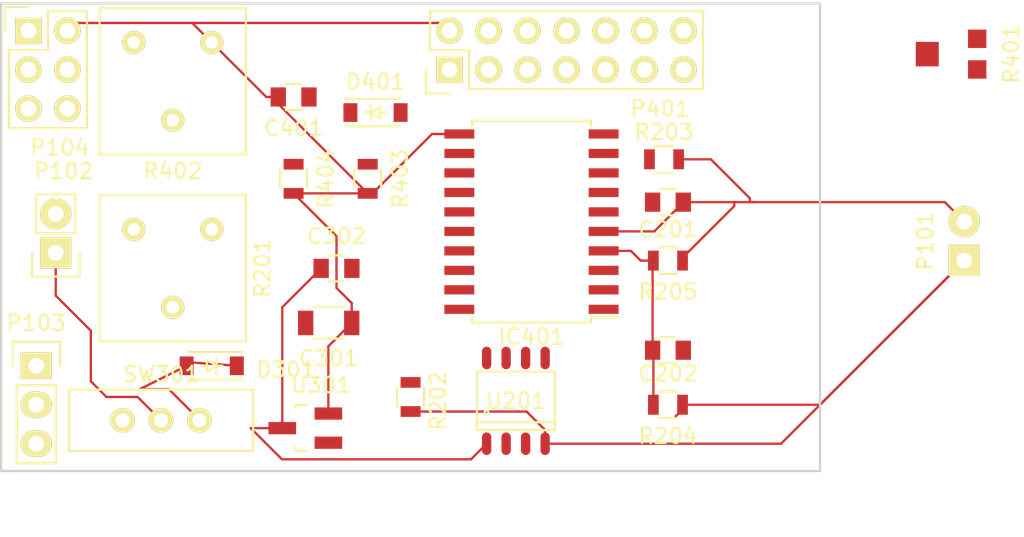
<source format=kicad_pcb>
(kicad_pcb (version 4) (host pcbnew 4.0.2-stable)

  (general
    (links 57)
    (no_connects 36)
    (area 101.524999 50.724999 155.015001 81.355001)
    (thickness 1.6)
    (drawings 4)
    (tracks 66)
    (zones 0)
    (modules 25)
    (nets 40)
  )

  (page A4)
  (layers
    (0 F.Cu signal)
    (31 B.Cu signal)
    (34 B.Paste user)
    (35 F.Paste user)
    (36 B.SilkS user)
    (37 F.SilkS user)
    (38 B.Mask user)
    (39 F.Mask user)
    (44 Edge.Cuts user)
    (47 F.CrtYd user)
  )

  (setup
    (last_trace_width 0.1524)
    (trace_clearance 0.1524)
    (zone_clearance 0.508)
    (zone_45_only no)
    (trace_min 0.1524)
    (segment_width 0.2)
    (edge_width 0.15)
    (via_size 0.6858)
    (via_drill 0.3302)
    (via_min_size 0.6858)
    (via_min_drill 0.3302)
    (uvia_size 0.762)
    (uvia_drill 0.1)
    (uvias_allowed no)
    (uvia_min_size 0)
    (uvia_min_drill 0)
    (pcb_text_width 0.3)
    (pcb_text_size 1.5 1.5)
    (mod_edge_width 0.15)
    (mod_text_size 1 1)
    (mod_text_width 0.15)
    (pad_size 1.524 1.524)
    (pad_drill 0.762)
    (pad_to_mask_clearance 0.2)
    (aux_axis_origin 0 0)
    (visible_elements FFFFEF7F)
    (pcbplotparams
      (layerselection 0x00030_80000001)
      (usegerberextensions false)
      (excludeedgelayer true)
      (linewidth 0.100000)
      (plotframeref false)
      (viasonmask false)
      (mode 1)
      (useauxorigin false)
      (hpglpennumber 1)
      (hpglpenspeed 20)
      (hpglpendiameter 15)
      (hpglpenoverlay 2)
      (psnegative false)
      (psa4output false)
      (plotreference true)
      (plotvalue true)
      (plotinvisibletext false)
      (padsonsilk false)
      (subtractmaskfromsilk false)
      (outputformat 1)
      (mirror false)
      (drillshape 1)
      (scaleselection 1)
      (outputdirectory ""))
  )

  (net 0 "")
  (net 1 +5V)
  (net 2 GND)
  (net 3 +9V)
  (net 4 /current_sensor/LED-)
  (net 5 "/Digital Display/LEDhigh")
  (net 6 "Net-(D301-Pad2)")
  (net 7 "/Digital Display/RX")
  (net 8 "Net-(D401-Pad2)")
  (net 9 "/Digital Display/TX")
  (net 10 "Net-(IC401-Pad3)")
  (net 11 "/Digital Display/a14")
  (net 12 "/Digital Display/a13")
  (net 13 "/Digital Display/a12")
  (net 14 "/Digital Display/a11")
  (net 15 "Net-(IC401-Pad12)")
  (net 16 "/Digital Display/a6")
  (net 17 "/Digital Display/RESET")
  (net 18 "/Digital Display/a5")
  (net 19 "/Digital Display/SCK")
  (net 20 "/Digital Display/a4")
  (net 21 "Net-(IC401-Pad18)")
  (net 22 "/Digital Display/MISO")
  (net 23 "/Digital Display/MOSI")
  (net 24 /current_sensor/LED+)
  (net 25 /power/Battery+)
  (net 26 "Net-(P401-Pad3)")
  (net 27 "Net-(P401-Pad7)")
  (net 28 "Net-(P401-Pad8)")
  (net 29 "Net-(P401-Pad9)")
  (net 30 "Net-(P401-Pad10)")
  (net 31 "Net-(R201-Pad3)")
  (net 32 "Net-(R201-Pad1)")
  (net 33 "Net-(R201-Pad2)")
  (net 34 "Net-(SW301-Pad3)")
  (net 35 "Net-(U201-Pad3)")
  (net 36 "Net-(U201-Pad5)")
  (net 37 "Net-(U201-Pad6)")
  (net 38 "Net-(U201-Pad7)")
  (net 39 "Net-(U201-Pad8)")

  (net_class Default "This is the default net class."
    (clearance 0.1524)
    (trace_width 0.1524)
    (via_dia 0.6858)
    (via_drill 0.3302)
    (uvia_dia 0.762)
    (uvia_drill 0.1)
    (add_net +5V)
    (add_net +9V)
    (add_net "/Digital Display/LEDhigh")
    (add_net "/Digital Display/MISO")
    (add_net "/Digital Display/MOSI")
    (add_net "/Digital Display/RESET")
    (add_net "/Digital Display/RX")
    (add_net "/Digital Display/SCK")
    (add_net "/Digital Display/TX")
    (add_net "/Digital Display/a11")
    (add_net "/Digital Display/a12")
    (add_net "/Digital Display/a13")
    (add_net "/Digital Display/a14")
    (add_net "/Digital Display/a4")
    (add_net "/Digital Display/a5")
    (add_net "/Digital Display/a6")
    (add_net /current_sensor/LED+)
    (add_net /current_sensor/LED-)
    (add_net /power/Battery+)
    (add_net GND)
    (add_net "Net-(D301-Pad2)")
    (add_net "Net-(D401-Pad2)")
    (add_net "Net-(IC401-Pad12)")
    (add_net "Net-(IC401-Pad18)")
    (add_net "Net-(IC401-Pad3)")
    (add_net "Net-(P401-Pad10)")
    (add_net "Net-(P401-Pad3)")
    (add_net "Net-(P401-Pad7)")
    (add_net "Net-(P401-Pad8)")
    (add_net "Net-(P401-Pad9)")
    (add_net "Net-(R201-Pad1)")
    (add_net "Net-(R201-Pad2)")
    (add_net "Net-(R201-Pad3)")
    (add_net "Net-(SW301-Pad3)")
    (add_net "Net-(U201-Pad3)")
    (add_net "Net-(U201-Pad5)")
    (add_net "Net-(U201-Pad6)")
    (add_net "Net-(U201-Pad7)")
    (add_net "Net-(U201-Pad8)")
  )

  (module Capacitors_SMD:C_0805 (layer F.Cu) (tedit 5785666A) (tstamp 5785560E)
    (at 145.034 63.754 180)
    (descr "Capacitor SMD 0805, reflow soldering, AVX (see smccp.pdf)")
    (tags "capacitor 0805")
    (path /5782EE2D/5783037A)
    (attr smd)
    (fp_text reference C201 (at 0 -1.778 360) (layer F.SilkS)
      (effects (font (size 1 1) (thickness 0.15)))
    )
    (fp_text value 0.1uF (at 0 2.1 180) (layer F.Fab) hide
      (effects (font (size 1 1) (thickness 0.15)))
    )
    (fp_line (start -1.8 -1) (end 1.8 -1) (layer F.CrtYd) (width 0.05))
    (fp_line (start -1.8 1) (end 1.8 1) (layer F.CrtYd) (width 0.05))
    (fp_line (start -1.8 -1) (end -1.8 1) (layer F.CrtYd) (width 0.05))
    (fp_line (start 1.8 -1) (end 1.8 1) (layer F.CrtYd) (width 0.05))
    (fp_line (start 0.5 -0.85) (end -0.5 -0.85) (layer F.SilkS) (width 0.15))
    (fp_line (start -0.5 0.85) (end 0.5 0.85) (layer F.SilkS) (width 0.15))
    (pad 1 smd rect (at -1 0 180) (size 1 1.25) (layers F.Cu F.Paste F.Mask)
      (net 4 /current_sensor/LED-))
    (pad 2 smd rect (at 1 0 180) (size 1 1.25) (layers F.Cu F.Paste F.Mask)
      (net 2 GND))
    (model Capacitors_SMD.3dshapes/C_0805.wrl
      (at (xyz 0 0 0))
      (scale (xyz 1 1 1))
      (rotate (xyz 0 0 0))
    )
  )

  (module Capacitors_SMD:C_0805 (layer F.Cu) (tedit 5785668F) (tstamp 57855614)
    (at 145.034 73.406)
    (descr "Capacitor SMD 0805, reflow soldering, AVX (see smccp.pdf)")
    (tags "capacitor 0805")
    (path /5782EE2D/57830381)
    (attr smd)
    (fp_text reference C202 (at 0 1.524) (layer F.SilkS)
      (effects (font (size 1 1) (thickness 0.15)))
    )
    (fp_text value 0.1uF (at 0 2.1) (layer F.Fab) hide
      (effects (font (size 1 1) (thickness 0.15)))
    )
    (fp_line (start -1.8 -1) (end 1.8 -1) (layer F.CrtYd) (width 0.05))
    (fp_line (start -1.8 1) (end 1.8 1) (layer F.CrtYd) (width 0.05))
    (fp_line (start -1.8 -1) (end -1.8 1) (layer F.CrtYd) (width 0.05))
    (fp_line (start 1.8 -1) (end 1.8 1) (layer F.CrtYd) (width 0.05))
    (fp_line (start 0.5 -0.85) (end -0.5 -0.85) (layer F.SilkS) (width 0.15))
    (fp_line (start -0.5 0.85) (end 0.5 0.85) (layer F.SilkS) (width 0.15))
    (pad 1 smd rect (at -1 0) (size 1 1.25) (layers F.Cu F.Paste F.Mask)
      (net 5 "/Digital Display/LEDhigh"))
    (pad 2 smd rect (at 1 0) (size 1 1.25) (layers F.Cu F.Paste F.Mask)
      (net 2 GND))
    (model Capacitors_SMD.3dshapes/C_0805.wrl
      (at (xyz 0 0 0))
      (scale (xyz 1 1 1))
      (rotate (xyz 0 0 0))
    )
  )

  (module Capacitors_SMD:C_1206 (layer F.Cu) (tedit 5785612F) (tstamp 5785561A)
    (at 122.936 71.628 180)
    (descr "Capacitor SMD 1206, reflow soldering, AVX (see smccp.pdf)")
    (tags "capacitor 1206")
    (path /578314F4/578318C5)
    (attr smd)
    (fp_text reference C301 (at 0 -2.3 180) (layer F.SilkS)
      (effects (font (size 1 1) (thickness 0.15)))
    )
    (fp_text value "2.2 uF" (at 0 2.3 180) (layer F.Fab) hide
      (effects (font (size 1 1) (thickness 0.15)))
    )
    (fp_line (start -2.3 -1.15) (end 2.3 -1.15) (layer F.CrtYd) (width 0.05))
    (fp_line (start -2.3 1.15) (end 2.3 1.15) (layer F.CrtYd) (width 0.05))
    (fp_line (start -2.3 -1.15) (end -2.3 1.15) (layer F.CrtYd) (width 0.05))
    (fp_line (start 2.3 -1.15) (end 2.3 1.15) (layer F.CrtYd) (width 0.05))
    (fp_line (start 1 -1.025) (end -1 -1.025) (layer F.SilkS) (width 0.15))
    (fp_line (start -1 1.025) (end 1 1.025) (layer F.SilkS) (width 0.15))
    (pad 1 smd rect (at -1.5 0 180) (size 1 1.6) (layers F.Cu F.Paste F.Mask)
      (net 1 +5V))
    (pad 2 smd rect (at 1.5 0 180) (size 1 1.6) (layers F.Cu F.Paste F.Mask)
      (net 2 GND))
    (model Capacitors_SMD.3dshapes/C_1206.wrl
      (at (xyz 0 0 0))
      (scale (xyz 1 1 1))
      (rotate (xyz 0 0 0))
    )
  )

  (module Capacitors_SMD:C_0805 (layer F.Cu) (tedit 57856136) (tstamp 57855620)
    (at 123.444 68.072)
    (descr "Capacitor SMD 0805, reflow soldering, AVX (see smccp.pdf)")
    (tags "capacitor 0805")
    (path /578314F4/57831773)
    (attr smd)
    (fp_text reference C302 (at 0 -2.1) (layer F.SilkS)
      (effects (font (size 1 1) (thickness 0.15)))
    )
    (fp_text value 0.1uF (at 0 2.1) (layer F.Fab) hide
      (effects (font (size 1 1) (thickness 0.15)))
    )
    (fp_line (start -1.8 -1) (end 1.8 -1) (layer F.CrtYd) (width 0.05))
    (fp_line (start -1.8 1) (end 1.8 1) (layer F.CrtYd) (width 0.05))
    (fp_line (start -1.8 -1) (end -1.8 1) (layer F.CrtYd) (width 0.05))
    (fp_line (start 1.8 -1) (end 1.8 1) (layer F.CrtYd) (width 0.05))
    (fp_line (start 0.5 -0.85) (end -0.5 -0.85) (layer F.SilkS) (width 0.15))
    (fp_line (start -0.5 0.85) (end 0.5 0.85) (layer F.SilkS) (width 0.15))
    (pad 1 smd rect (at -1 0) (size 1 1.25) (layers F.Cu F.Paste F.Mask)
      (net 3 +9V))
    (pad 2 smd rect (at 1 0) (size 1 1.25) (layers F.Cu F.Paste F.Mask)
      (net 2 GND))
    (model Capacitors_SMD.3dshapes/C_0805.wrl
      (at (xyz 0 0 0))
      (scale (xyz 1 1 1))
      (rotate (xyz 0 0 0))
    )
  )

  (module Capacitors_SMD:C_0805 (layer F.Cu) (tedit 578566F0) (tstamp 57855626)
    (at 120.65 56.896)
    (descr "Capacitor SMD 0805, reflow soldering, AVX (see smccp.pdf)")
    (tags "capacitor 0805")
    (path /5782EDB6/5782F26E)
    (attr smd)
    (fp_text reference C401 (at 0 2.032) (layer F.SilkS)
      (effects (font (size 1 1) (thickness 0.15)))
    )
    (fp_text value "0.1 uF" (at 0 2.1) (layer F.Fab) hide
      (effects (font (size 1 1) (thickness 0.15)))
    )
    (fp_line (start -1.8 -1) (end 1.8 -1) (layer F.CrtYd) (width 0.05))
    (fp_line (start -1.8 1) (end 1.8 1) (layer F.CrtYd) (width 0.05))
    (fp_line (start -1.8 -1) (end -1.8 1) (layer F.CrtYd) (width 0.05))
    (fp_line (start 1.8 -1) (end 1.8 1) (layer F.CrtYd) (width 0.05))
    (fp_line (start 0.5 -0.85) (end -0.5 -0.85) (layer F.SilkS) (width 0.15))
    (fp_line (start -0.5 0.85) (end 0.5 0.85) (layer F.SilkS) (width 0.15))
    (pad 1 smd rect (at -1 0) (size 1 1.25) (layers F.Cu F.Paste F.Mask)
      (net 1 +5V))
    (pad 2 smd rect (at 1 0) (size 1 1.25) (layers F.Cu F.Paste F.Mask)
      (net 2 GND))
    (model Capacitors_SMD.3dshapes/C_0805.wrl
      (at (xyz 0 0 0))
      (scale (xyz 1 1 1))
      (rotate (xyz 0 0 0))
    )
  )

  (module Diodes_SMD:SOD-123 (layer F.Cu) (tedit 5785663D) (tstamp 5785562C)
    (at 115.316 74.422 180)
    (descr SOD-123)
    (tags SOD-123)
    (path /578314F4/5783177B)
    (attr smd)
    (fp_text reference D301 (at -4.826 -0.254 180) (layer F.SilkS)
      (effects (font (size 1 1) (thickness 0.15)))
    )
    (fp_text value Schottky (at 0 2.1 180) (layer F.Fab) hide
      (effects (font (size 1 1) (thickness 0.15)))
    )
    (fp_line (start 0.3175 0) (end 0.6985 0) (layer F.SilkS) (width 0.15))
    (fp_line (start -0.6985 0) (end -0.3175 0) (layer F.SilkS) (width 0.15))
    (fp_line (start -0.3175 0) (end 0.3175 -0.381) (layer F.SilkS) (width 0.15))
    (fp_line (start 0.3175 -0.381) (end 0.3175 0.381) (layer F.SilkS) (width 0.15))
    (fp_line (start 0.3175 0.381) (end -0.3175 0) (layer F.SilkS) (width 0.15))
    (fp_line (start -0.3175 -0.508) (end -0.3175 0.508) (layer F.SilkS) (width 0.15))
    (fp_line (start -2.25 -1.05) (end 2.25 -1.05) (layer F.CrtYd) (width 0.05))
    (fp_line (start 2.25 -1.05) (end 2.25 1.05) (layer F.CrtYd) (width 0.05))
    (fp_line (start 2.25 1.05) (end -2.25 1.05) (layer F.CrtYd) (width 0.05))
    (fp_line (start -2.25 -1.05) (end -2.25 1.05) (layer F.CrtYd) (width 0.05))
    (fp_line (start -2 0.9) (end 1.54 0.9) (layer F.SilkS) (width 0.15))
    (fp_line (start -2 -0.9) (end 1.54 -0.9) (layer F.SilkS) (width 0.15))
    (pad 1 smd rect (at -1.635 0 180) (size 0.91 1.22) (layers F.Cu F.Paste F.Mask)
      (net 3 +9V))
    (pad 2 smd rect (at 1.635 0 180) (size 0.91 1.22) (layers F.Cu F.Paste F.Mask)
      (net 6 "Net-(D301-Pad2)"))
  )

  (module Diodes_SMD:SOD-123 (layer F.Cu) (tedit 57856551) (tstamp 57855632)
    (at 125.984 57.912)
    (descr SOD-123)
    (tags SOD-123)
    (path /5782EDB6/5782F255)
    (attr smd)
    (fp_text reference D401 (at 0 -2) (layer F.SilkS)
      (effects (font (size 1 1) (thickness 0.15)))
    )
    (fp_text value Schottky (at 0 2.1) (layer F.Fab) hide
      (effects (font (size 1 1) (thickness 0.15)))
    )
    (fp_line (start 0.3175 0) (end 0.6985 0) (layer F.SilkS) (width 0.15))
    (fp_line (start -0.6985 0) (end -0.3175 0) (layer F.SilkS) (width 0.15))
    (fp_line (start -0.3175 0) (end 0.3175 -0.381) (layer F.SilkS) (width 0.15))
    (fp_line (start 0.3175 -0.381) (end 0.3175 0.381) (layer F.SilkS) (width 0.15))
    (fp_line (start 0.3175 0.381) (end -0.3175 0) (layer F.SilkS) (width 0.15))
    (fp_line (start -0.3175 -0.508) (end -0.3175 0.508) (layer F.SilkS) (width 0.15))
    (fp_line (start -2.25 -1.05) (end 2.25 -1.05) (layer F.CrtYd) (width 0.05))
    (fp_line (start 2.25 -1.05) (end 2.25 1.05) (layer F.CrtYd) (width 0.05))
    (fp_line (start 2.25 1.05) (end -2.25 1.05) (layer F.CrtYd) (width 0.05))
    (fp_line (start -2.25 -1.05) (end -2.25 1.05) (layer F.CrtYd) (width 0.05))
    (fp_line (start -2 0.9) (end 1.54 0.9) (layer F.SilkS) (width 0.15))
    (fp_line (start -2 -0.9) (end 1.54 -0.9) (layer F.SilkS) (width 0.15))
    (pad 1 smd rect (at -1.635 0) (size 0.91 1.22) (layers F.Cu F.Paste F.Mask)
      (net 7 "/Digital Display/RX"))
    (pad 2 smd rect (at 1.635 0) (size 0.91 1.22) (layers F.Cu F.Paste F.Mask)
      (net 8 "Net-(D401-Pad2)"))
  )

  (module led-tester:SOIC-20_7.5x12.8mm_Pitch1.27mm (layer F.Cu) (tedit 578565BD) (tstamp 5785564A)
    (at 136.144 65.024 180)
    (descr "20-Lead Plastic Small Outline (SO) - Wide, 7.50 mm Body [SOIC] (see Microchip Packaging Specification 00000049BS.pdf)")
    (tags "SOIC 1.27")
    (path /5782EDB6/5782F28E)
    (attr smd)
    (fp_text reference IC401 (at 0 -7.5 180) (layer F.SilkS)
      (effects (font (size 1 1) (thickness 0.15)))
    )
    (fp_text value ATTINY1634 (at 0 7.5 180) (layer F.Fab) hide
      (effects (font (size 1 1) (thickness 0.15)))
    )
    (fp_line (start -5.95 -6.75) (end -5.95 6.75) (layer F.CrtYd) (width 0.05))
    (fp_line (start 5.95 -6.75) (end 5.95 6.75) (layer F.CrtYd) (width 0.05))
    (fp_line (start -5.95 -6.75) (end 5.95 -6.75) (layer F.CrtYd) (width 0.05))
    (fp_line (start -5.95 6.75) (end 5.95 6.75) (layer F.CrtYd) (width 0.05))
    (fp_line (start -3.875 -6.575) (end -3.875 -6.24) (layer F.SilkS) (width 0.15))
    (fp_line (start 3.875 -6.575) (end 3.875 -6.24) (layer F.SilkS) (width 0.15))
    (fp_line (start 3.875 6.575) (end 3.875 6.24) (layer F.SilkS) (width 0.15))
    (fp_line (start -3.875 6.575) (end -3.875 6.24) (layer F.SilkS) (width 0.15))
    (fp_line (start -3.875 -6.575) (end 3.875 -6.575) (layer F.SilkS) (width 0.15))
    (fp_line (start -3.875 6.575) (end 3.875 6.575) (layer F.SilkS) (width 0.15))
    (fp_line (start -3.875 -6.24) (end -5.675 -6.24) (layer F.SilkS) (width 0.15))
    (pad 1 smd rect (at -4.7 -5.715 180) (size 1.95 0.6) (layers F.Cu F.Paste F.Mask)
      (net 9 "/Digital Display/TX"))
    (pad 2 smd rect (at -4.7 -4.445 180) (size 1.95 0.6) (layers F.Cu F.Paste F.Mask)
      (net 8 "Net-(D401-Pad2)"))
    (pad 3 smd rect (at -4.7 -3.175 180) (size 1.95 0.6) (layers F.Cu F.Paste F.Mask)
      (net 10 "Net-(IC401-Pad3)"))
    (pad 4 smd rect (at -4.7 -1.905 180) (size 1.95 0.6) (layers F.Cu F.Paste F.Mask)
      (net 5 "/Digital Display/LEDhigh"))
    (pad 5 smd rect (at -4.7 -0.635 180) (size 1.95 0.6) (layers F.Cu F.Paste F.Mask)
      (net 4 /current_sensor/LED-))
    (pad 6 smd rect (at -4.7 0.635 180) (size 1.95 0.6) (layers F.Cu F.Paste F.Mask)
      (net 11 "/Digital Display/a14"))
    (pad 7 smd rect (at -4.7 1.905 180) (size 1.95 0.6) (layers F.Cu F.Paste F.Mask)
      (net 12 "/Digital Display/a13"))
    (pad 8 smd rect (at -4.7 3.175 180) (size 1.95 0.6) (layers F.Cu F.Paste F.Mask)
      (net 13 "/Digital Display/a12"))
    (pad 9 smd rect (at -4.7 4.445 180) (size 1.95 0.6) (layers F.Cu F.Paste F.Mask)
      (net 14 "/Digital Display/a11"))
    (pad 10 smd rect (at -4.7 5.715 180) (size 1.95 0.6) (layers F.Cu F.Paste F.Mask)
      (net 2 GND))
    (pad 11 smd rect (at 4.7 5.715 180) (size 1.95 0.6) (layers F.Cu F.Paste F.Mask)
      (net 1 +5V))
    (pad 12 smd rect (at 4.7 4.445 180) (size 1.95 0.6) (layers F.Cu F.Paste F.Mask)
      (net 15 "Net-(IC401-Pad12)"))
    (pad 13 smd rect (at 4.7 3.175 180) (size 1.95 0.6) (layers F.Cu F.Paste F.Mask)
      (net 16 "/Digital Display/a6"))
    (pad 14 smd rect (at 4.7 1.905 180) (size 1.95 0.6) (layers F.Cu F.Paste F.Mask)
      (net 17 "/Digital Display/RESET"))
    (pad 15 smd rect (at 4.7 0.635 180) (size 1.95 0.6) (layers F.Cu F.Paste F.Mask)
      (net 18 "/Digital Display/a5"))
    (pad 16 smd rect (at 4.7 -0.635 180) (size 1.95 0.6) (layers F.Cu F.Paste F.Mask)
      (net 19 "/Digital Display/SCK"))
    (pad 17 smd rect (at 4.7 -1.905 180) (size 1.95 0.6) (layers F.Cu F.Paste F.Mask)
      (net 20 "/Digital Display/a4"))
    (pad 18 smd rect (at 4.7 -3.175 180) (size 1.95 0.6) (layers F.Cu F.Paste F.Mask)
      (net 21 "Net-(IC401-Pad18)"))
    (pad 19 smd rect (at 4.7 -4.445 180) (size 1.95 0.6) (layers F.Cu F.Paste F.Mask)
      (net 22 "/Digital Display/MISO"))
    (pad 20 smd rect (at 4.7 -5.715 180) (size 1.95 0.6) (layers F.Cu F.Paste F.Mask)
      (net 23 "/Digital Display/MOSI"))
    (model Housings_SOIC.3dshapes/SOIC-20_7.5x12.8mm_Pitch1.27mm.wrl
      (at (xyz 0 0 0))
      (scale (xyz 1 1 1))
      (rotate (xyz 0 0 0))
    )
  )

  (module led-tester:LED_touch_pads (layer F.Cu) (tedit 578566DD) (tstamp 57855650)
    (at 164.338 67.564 90)
    (descr "Through hole pin header")
    (tags "pin header")
    (path /578471FF)
    (fp_text reference P101 (at 1.27 -2.54 270) (layer F.SilkS)
      (effects (font (size 1 1) (thickness 0.15)))
    )
    (fp_text value CONN_01X02 (at 1.27 -2.794 90) (layer F.Fab) hide
      (effects (font (size 1 1) (thickness 0.15)))
    )
    (fp_line (start -1.75 1.75) (end 4.3 1.75) (layer F.CrtYd) (width 0.05))
    (fp_line (start -1.75 -1.75) (end 4.3 -1.75) (layer F.CrtYd) (width 0.05))
    (fp_line (start -1.75 1.75) (end -1.75 -1.75) (layer F.CrtYd) (width 0.05))
    (fp_line (start 4.3 1.75) (end 4.3 -1.75) (layer F.CrtYd) (width 0.05))
    (pad 1 thru_hole rect (at 0 0 180) (size 2.032 2.032) (drill 1.016) (layers *.Cu *.Mask F.SilkS)
      (net 24 /current_sensor/LED+))
    (pad 2 thru_hole oval (at 2.54 0 180) (size 2.032 2.032) (drill 1.016) (layers *.Cu *.Mask F.SilkS)
      (net 4 /current_sensor/LED-))
    (model Pin_Headers.3dshapes/Pin_Header_Straight_1x02.wrl
      (at (xyz 0 -0.05 0))
      (scale (xyz 1 1 1))
      (rotate (xyz 0 0 90))
    )
  )

  (module Pin_Headers:Pin_Header_Straight_1x02 (layer F.Cu) (tedit 57856614) (tstamp 57855656)
    (at 105.156 67.056 180)
    (descr "Through hole pin header")
    (tags "pin header")
    (path /5782D997)
    (fp_text reference P102 (at -0.508 5.334 180) (layer F.SilkS)
      (effects (font (size 1 1) (thickness 0.15)))
    )
    (fp_text value CONN_01X02 (at 0 -3.1 180) (layer F.Fab) hide
      (effects (font (size 1 1) (thickness 0.15)))
    )
    (fp_line (start 1.27 1.27) (end 1.27 3.81) (layer F.SilkS) (width 0.15))
    (fp_line (start 1.55 -1.55) (end 1.55 0) (layer F.SilkS) (width 0.15))
    (fp_line (start -1.75 -1.75) (end -1.75 4.3) (layer F.CrtYd) (width 0.05))
    (fp_line (start 1.75 -1.75) (end 1.75 4.3) (layer F.CrtYd) (width 0.05))
    (fp_line (start -1.75 -1.75) (end 1.75 -1.75) (layer F.CrtYd) (width 0.05))
    (fp_line (start -1.75 4.3) (end 1.75 4.3) (layer F.CrtYd) (width 0.05))
    (fp_line (start 1.27 1.27) (end -1.27 1.27) (layer F.SilkS) (width 0.15))
    (fp_line (start -1.55 0) (end -1.55 -1.55) (layer F.SilkS) (width 0.15))
    (fp_line (start -1.55 -1.55) (end 1.55 -1.55) (layer F.SilkS) (width 0.15))
    (fp_line (start -1.27 1.27) (end -1.27 3.81) (layer F.SilkS) (width 0.15))
    (fp_line (start -1.27 3.81) (end 1.27 3.81) (layer F.SilkS) (width 0.15))
    (pad 1 thru_hole rect (at 0 0 180) (size 2.032 2.032) (drill 1.016) (layers *.Cu *.Mask F.SilkS)
      (net 25 /power/Battery+))
    (pad 2 thru_hole oval (at 0 2.54 180) (size 2.032 2.032) (drill 1.016) (layers *.Cu *.Mask F.SilkS)
      (net 2 GND))
    (model Pin_Headers.3dshapes/Pin_Header_Straight_1x02.wrl
      (at (xyz 0 -0.05 0))
      (scale (xyz 1 1 1))
      (rotate (xyz 0 0 90))
    )
  )

  (module Pin_Headers:Pin_Header_Straight_1x03 (layer F.Cu) (tedit 578565F9) (tstamp 5785565D)
    (at 103.886 74.422)
    (descr "Through hole pin header")
    (tags "pin header")
    (path /57846871)
    (fp_text reference P103 (at 0 -2.794) (layer F.SilkS)
      (effects (font (size 1 1) (thickness 0.15)))
    )
    (fp_text value CONN_01X03 (at 0 -3.1) (layer F.Fab) hide
      (effects (font (size 1 1) (thickness 0.15)))
    )
    (fp_line (start -1.75 -1.75) (end -1.75 6.85) (layer F.CrtYd) (width 0.05))
    (fp_line (start 1.75 -1.75) (end 1.75 6.85) (layer F.CrtYd) (width 0.05))
    (fp_line (start -1.75 -1.75) (end 1.75 -1.75) (layer F.CrtYd) (width 0.05))
    (fp_line (start -1.75 6.85) (end 1.75 6.85) (layer F.CrtYd) (width 0.05))
    (fp_line (start -1.27 1.27) (end -1.27 6.35) (layer F.SilkS) (width 0.15))
    (fp_line (start -1.27 6.35) (end 1.27 6.35) (layer F.SilkS) (width 0.15))
    (fp_line (start 1.27 6.35) (end 1.27 1.27) (layer F.SilkS) (width 0.15))
    (fp_line (start 1.55 -1.55) (end 1.55 0) (layer F.SilkS) (width 0.15))
    (fp_line (start 1.27 1.27) (end -1.27 1.27) (layer F.SilkS) (width 0.15))
    (fp_line (start -1.55 0) (end -1.55 -1.55) (layer F.SilkS) (width 0.15))
    (fp_line (start -1.55 -1.55) (end 1.55 -1.55) (layer F.SilkS) (width 0.15))
    (pad 1 thru_hole rect (at 0 0) (size 2.032 1.7272) (drill 1.016) (layers *.Cu *.Mask F.SilkS)
      (net 7 "/Digital Display/RX"))
    (pad 2 thru_hole oval (at 0 2.54) (size 2.032 1.7272) (drill 1.016) (layers *.Cu *.Mask F.SilkS)
      (net 9 "/Digital Display/TX"))
    (pad 3 thru_hole oval (at 0 5.08) (size 2.032 1.7272) (drill 1.016) (layers *.Cu *.Mask F.SilkS)
      (net 2 GND))
    (model Pin_Headers.3dshapes/Pin_Header_Straight_1x03.wrl
      (at (xyz 0 -0.1 0))
      (scale (xyz 1 1 1))
      (rotate (xyz 0 0 90))
    )
  )

  (module Pin_Headers:Pin_Header_Straight_2x03 (layer F.Cu) (tedit 5785661A) (tstamp 57855667)
    (at 103.378 52.578)
    (descr "Through hole pin header")
    (tags "pin header")
    (path /5783F4C8)
    (fp_text reference P104 (at 2.032 7.62 180) (layer F.SilkS)
      (effects (font (size 1 1) (thickness 0.15)))
    )
    (fp_text value CONN_02X03 (at 0 -3.1) (layer F.Fab) hide
      (effects (font (size 1 1) (thickness 0.15)))
    )
    (fp_line (start -1.27 1.27) (end -1.27 6.35) (layer F.SilkS) (width 0.15))
    (fp_line (start -1.55 -1.55) (end 0 -1.55) (layer F.SilkS) (width 0.15))
    (fp_line (start -1.75 -1.75) (end -1.75 6.85) (layer F.CrtYd) (width 0.05))
    (fp_line (start 4.3 -1.75) (end 4.3 6.85) (layer F.CrtYd) (width 0.05))
    (fp_line (start -1.75 -1.75) (end 4.3 -1.75) (layer F.CrtYd) (width 0.05))
    (fp_line (start -1.75 6.85) (end 4.3 6.85) (layer F.CrtYd) (width 0.05))
    (fp_line (start 1.27 -1.27) (end 1.27 1.27) (layer F.SilkS) (width 0.15))
    (fp_line (start 1.27 1.27) (end -1.27 1.27) (layer F.SilkS) (width 0.15))
    (fp_line (start -1.27 6.35) (end 3.81 6.35) (layer F.SilkS) (width 0.15))
    (fp_line (start 3.81 6.35) (end 3.81 1.27) (layer F.SilkS) (width 0.15))
    (fp_line (start -1.55 -1.55) (end -1.55 0) (layer F.SilkS) (width 0.15))
    (fp_line (start 3.81 -1.27) (end 1.27 -1.27) (layer F.SilkS) (width 0.15))
    (fp_line (start 3.81 1.27) (end 3.81 -1.27) (layer F.SilkS) (width 0.15))
    (pad 1 thru_hole rect (at 0 0) (size 1.7272 1.7272) (drill 1.016) (layers *.Cu *.Mask F.SilkS)
      (net 22 "/Digital Display/MISO"))
    (pad 2 thru_hole oval (at 2.54 0) (size 1.7272 1.7272) (drill 1.016) (layers *.Cu *.Mask F.SilkS)
      (net 1 +5V))
    (pad 3 thru_hole oval (at 0 2.54) (size 1.7272 1.7272) (drill 1.016) (layers *.Cu *.Mask F.SilkS)
      (net 19 "/Digital Display/SCK"))
    (pad 4 thru_hole oval (at 2.54 2.54) (size 1.7272 1.7272) (drill 1.016) (layers *.Cu *.Mask F.SilkS)
      (net 23 "/Digital Display/MOSI"))
    (pad 5 thru_hole oval (at 0 5.08) (size 1.7272 1.7272) (drill 1.016) (layers *.Cu *.Mask F.SilkS)
      (net 17 "/Digital Display/RESET"))
    (pad 6 thru_hole oval (at 2.54 5.08) (size 1.7272 1.7272) (drill 1.016) (layers *.Cu *.Mask F.SilkS)
      (net 2 GND))
    (model Pin_Headers.3dshapes/Pin_Header_Straight_2x03.wrl
      (at (xyz 0.05 -0.1 0))
      (scale (xyz 1 1 1))
      (rotate (xyz 0 0 90))
    )
  )

  (module led-tester:Pololu_diplay_2x07 (layer F.Cu) (tedit 578566D6) (tstamp 57855679)
    (at 138.43 53.848)
    (descr "Through hole pin header")
    (tags "pin header")
    (path /5782EDB6/5782F232)
    (fp_text reference P401 (at 6.096 3.81 180) (layer F.SilkS)
      (effects (font (size 1 1) (thickness 0.15)))
    )
    (fp_text value CONN_02X07 (at -0.254 4.572) (layer F.Fab) hide
      (effects (font (size 1 1) (thickness 0.15)))
    )
    (fp_line (start -20 31.75) (end -20 -3.25) (layer F.CrtYd) (width 0.05))
    (fp_line (start -20 31.75) (end 20 31.75) (layer F.CrtYd) (width 0.05))
    (fp_line (start 20 31.75) (end 20 -3.25) (layer F.CrtYd) (width 0.05))
    (fp_line (start -20 -3.25) (end 20 -3.25) (layer F.CrtYd) (width 0.05))
    (fp_line (start -9.37 3.02) (end 9.38 3.02) (layer F.CrtYd) (width 0.05))
    (fp_line (start -9.37 -3.03) (end 9.38 -3.03) (layer F.CrtYd) (width 0.05))
    (fp_line (start -9.37 3.02) (end -9.37 -3.03) (layer F.CrtYd) (width 0.05))
    (fp_line (start 9.38 3.02) (end 9.38 -3.03) (layer F.CrtYd) (width 0.05))
    (fp_line (start 8.89 -2.54) (end -8.89 -2.54) (layer F.SilkS) (width 0.15))
    (fp_line (start -6.35 2.54) (end 8.89 2.54) (layer F.SilkS) (width 0.15))
    (fp_line (start 8.89 -2.54) (end 8.89 2.54) (layer F.SilkS) (width 0.15))
    (fp_line (start -8.89 -2.54) (end -8.89 0) (layer F.SilkS) (width 0.15))
    (fp_line (start -9.17 1.27) (end -9.17 2.82) (layer F.SilkS) (width 0.15))
    (fp_line (start -8.89 0) (end -6.35 0) (layer F.SilkS) (width 0.15))
    (fp_line (start -6.35 0) (end -6.35 2.54) (layer F.SilkS) (width 0.15))
    (fp_line (start -9.17 2.82) (end -7.62 2.82) (layer F.SilkS) (width 0.15))
    (pad 1 thru_hole rect (at -7.62 1.27 90) (size 1.7272 1.7272) (drill 1.016) (layers *.Cu *.Mask F.SilkS)
      (net 2 GND))
    (pad 2 thru_hole oval (at -7.62 -1.27 90) (size 1.7272 1.7272) (drill 1.016) (layers *.Cu *.Mask F.SilkS)
      (net 1 +5V))
    (pad 3 thru_hole oval (at -5.08 1.27 90) (size 1.7272 1.7272) (drill 1.016) (layers *.Cu *.Mask F.SilkS)
      (net 26 "Net-(P401-Pad3)"))
    (pad 4 thru_hole oval (at -5.08 -1.27 90) (size 1.7272 1.7272) (drill 1.016) (layers *.Cu *.Mask F.SilkS)
      (net 20 "/Digital Display/a4"))
    (pad 5 thru_hole oval (at -2.54 1.27 90) (size 1.7272 1.7272) (drill 1.016) (layers *.Cu *.Mask F.SilkS)
      (net 18 "/Digital Display/a5"))
    (pad 6 thru_hole oval (at -2.54 -1.27 90) (size 1.7272 1.7272) (drill 1.016) (layers *.Cu *.Mask F.SilkS)
      (net 16 "/Digital Display/a6"))
    (pad 7 thru_hole oval (at 0 1.27 90) (size 1.7272 1.7272) (drill 1.016) (layers *.Cu *.Mask F.SilkS)
      (net 27 "Net-(P401-Pad7)"))
    (pad 8 thru_hole oval (at 0 -1.27 90) (size 1.7272 1.7272) (drill 1.016) (layers *.Cu *.Mask F.SilkS)
      (net 28 "Net-(P401-Pad8)"))
    (pad 9 thru_hole oval (at 2.54 1.27 90) (size 1.7272 1.7272) (drill 1.016) (layers *.Cu *.Mask F.SilkS)
      (net 29 "Net-(P401-Pad9)"))
    (pad 10 thru_hole oval (at 2.54 -1.27 90) (size 1.7272 1.7272) (drill 1.016) (layers *.Cu *.Mask F.SilkS)
      (net 30 "Net-(P401-Pad10)"))
    (pad 11 thru_hole oval (at 5.08 1.27 90) (size 1.7272 1.7272) (drill 1.016) (layers *.Cu *.Mask F.SilkS)
      (net 14 "/Digital Display/a11"))
    (pad 12 thru_hole oval (at 5.08 -1.27 90) (size 1.7272 1.7272) (drill 1.016) (layers *.Cu *.Mask F.SilkS)
      (net 13 "/Digital Display/a12"))
    (pad 13 thru_hole oval (at 7.62 1.27 90) (size 1.7272 1.7272) (drill 1.016) (layers *.Cu *.Mask F.SilkS)
      (net 12 "/Digital Display/a13"))
    (pad 14 thru_hole oval (at 7.62 -1.27 90) (size 1.7272 1.7272) (drill 1.016) (layers *.Cu *.Mask F.SilkS)
      (net 11 "/Digital Display/a14"))
    (model Pin_Headers.3dshapes/Pin_Header_Straight_2x07.wrl
      (at (xyz 0.05 -0.3 0))
      (scale (xyz 1 1 1))
      (rotate (xyz 0 0 90))
    )
  )

  (module led-tester:bourns_3386_potentiometer (layer F.Cu) (tedit 5785662E) (tstamp 57855680)
    (at 112.776 68.072)
    (path /5782EE2D/57830389)
    (fp_text reference R201 (at 5.842 0 90) (layer F.SilkS)
      (effects (font (size 1 1) (thickness 0.15)))
    )
    (fp_text value 500R (at -0.13 -6.5) (layer F.Fab) hide
      (effects (font (size 1 1) (thickness 0.15)))
    )
    (fp_line (start -4.765 -4.765) (end 4.765 -4.765) (layer F.SilkS) (width 0.15))
    (fp_line (start 4.765 -4.765) (end 4.765 4.765) (layer F.SilkS) (width 0.15))
    (fp_line (start 4.765 4.765) (end -4.765 4.765) (layer F.SilkS) (width 0.15))
    (fp_line (start -4.765 4.765) (end -4.765 -4.765) (layer F.SilkS) (width 0.15))
    (pad 3 thru_hole circle (at 2.54 -2.54) (size 1.51 1.51) (drill 0.81) (layers *.Cu *.Mask F.SilkS)
      (net 31 "Net-(R201-Pad3)"))
    (pad 1 thru_hole circle (at -2.54 -2.54) (size 1.51 1.51) (drill 0.81) (layers *.Cu *.Mask F.SilkS)
      (net 32 "Net-(R201-Pad1)"))
    (pad 2 thru_hole circle (at 0 2.54) (size 1.51 1.51) (drill 0.81) (layers *.Cu *.Mask F.SilkS)
      (net 33 "Net-(R201-Pad2)"))
  )

  (module Resistors_SMD:R_0805 (layer F.Cu) (tedit 578560AA) (tstamp 57855686)
    (at 128.27 76.454 90)
    (descr "Resistor SMD 0805, reflow soldering, Vishay (see dcrcw.pdf)")
    (tags "resistor 0805")
    (path /5782EE2D/57830365)
    (attr smd)
    (fp_text reference R202 (at -0.254 1.778 90) (layer F.SilkS)
      (effects (font (size 1 1) (thickness 0.15)))
    )
    (fp_text value 47R (at 0 2.1 90) (layer F.Fab) hide
      (effects (font (size 1 1) (thickness 0.15)))
    )
    (fp_line (start -1.6 -1) (end 1.6 -1) (layer F.CrtYd) (width 0.05))
    (fp_line (start -1.6 1) (end 1.6 1) (layer F.CrtYd) (width 0.05))
    (fp_line (start -1.6 -1) (end -1.6 1) (layer F.CrtYd) (width 0.05))
    (fp_line (start 1.6 -1) (end 1.6 1) (layer F.CrtYd) (width 0.05))
    (fp_line (start 0.6 0.875) (end -0.6 0.875) (layer F.SilkS) (width 0.15))
    (fp_line (start -0.6 -0.875) (end 0.6 -0.875) (layer F.SilkS) (width 0.15))
    (pad 1 smd rect (at -0.95 0 90) (size 0.7 1.3) (layers F.Cu F.Paste F.Mask)
      (net 24 /current_sensor/LED+))
    (pad 2 smd rect (at 0.95 0 90) (size 0.7 1.3) (layers F.Cu F.Paste F.Mask)
      (net 31 "Net-(R201-Pad3)"))
    (model Resistors_SMD.3dshapes/R_0805.wrl
      (at (xyz 0 0 0))
      (scale (xyz 1 1 1))
      (rotate (xyz 0 0 0))
    )
  )

  (module Resistors_SMD:R_0805 (layer F.Cu) (tedit 5785669D) (tstamp 5785568C)
    (at 144.78 60.96 180)
    (descr "Resistor SMD 0805, reflow soldering, Vishay (see dcrcw.pdf)")
    (tags "resistor 0805")
    (path /5782EE2D/5783036C)
    (attr smd)
    (fp_text reference R203 (at 0 1.778 180) (layer F.SilkS)
      (effects (font (size 1 1) (thickness 0.15)))
    )
    (fp_text value 47R (at 0 2.1 180) (layer F.Fab) hide
      (effects (font (size 1 1) (thickness 0.15)))
    )
    (fp_line (start -1.6 -1) (end 1.6 -1) (layer F.CrtYd) (width 0.05))
    (fp_line (start -1.6 1) (end 1.6 1) (layer F.CrtYd) (width 0.05))
    (fp_line (start -1.6 -1) (end -1.6 1) (layer F.CrtYd) (width 0.05))
    (fp_line (start 1.6 -1) (end 1.6 1) (layer F.CrtYd) (width 0.05))
    (fp_line (start 0.6 0.875) (end -0.6 0.875) (layer F.SilkS) (width 0.15))
    (fp_line (start -0.6 -0.875) (end 0.6 -0.875) (layer F.SilkS) (width 0.15))
    (pad 1 smd rect (at -0.95 0 180) (size 0.7 1.3) (layers F.Cu F.Paste F.Mask)
      (net 4 /current_sensor/LED-))
    (pad 2 smd rect (at 0.95 0 180) (size 0.7 1.3) (layers F.Cu F.Paste F.Mask)
      (net 2 GND))
    (model Resistors_SMD.3dshapes/R_0805.wrl
      (at (xyz 0 0 0))
      (scale (xyz 1 1 1))
      (rotate (xyz 0 0 0))
    )
  )

  (module Resistors_SMD:R_0805 (layer F.Cu) (tedit 5785667F) (tstamp 57855692)
    (at 145.034 76.962 180)
    (descr "Resistor SMD 0805, reflow soldering, Vishay (see dcrcw.pdf)")
    (tags "resistor 0805")
    (path /5782EE2D/5783035E)
    (attr smd)
    (fp_text reference R204 (at 0 -2.032 180) (layer F.SilkS)
      (effects (font (size 1 1) (thickness 0.15)))
    )
    (fp_text value 10K (at 0 2.1 180) (layer F.Fab) hide
      (effects (font (size 1 1) (thickness 0.15)))
    )
    (fp_line (start -1.6 -1) (end 1.6 -1) (layer F.CrtYd) (width 0.05))
    (fp_line (start -1.6 1) (end 1.6 1) (layer F.CrtYd) (width 0.05))
    (fp_line (start -1.6 -1) (end -1.6 1) (layer F.CrtYd) (width 0.05))
    (fp_line (start 1.6 -1) (end 1.6 1) (layer F.CrtYd) (width 0.05))
    (fp_line (start 0.6 0.875) (end -0.6 0.875) (layer F.SilkS) (width 0.15))
    (fp_line (start -0.6 -0.875) (end 0.6 -0.875) (layer F.SilkS) (width 0.15))
    (pad 1 smd rect (at -0.95 0 180) (size 0.7 1.3) (layers F.Cu F.Paste F.Mask)
      (net 24 /current_sensor/LED+))
    (pad 2 smd rect (at 0.95 0 180) (size 0.7 1.3) (layers F.Cu F.Paste F.Mask)
      (net 5 "/Digital Display/LEDhigh"))
    (model Resistors_SMD.3dshapes/R_0805.wrl
      (at (xyz 0 0 0))
      (scale (xyz 1 1 1))
      (rotate (xyz 0 0 0))
    )
  )

  (module Resistors_SMD:R_0805 (layer F.Cu) (tedit 57856677) (tstamp 57855698)
    (at 145.034 67.564)
    (descr "Resistor SMD 0805, reflow soldering, Vishay (see dcrcw.pdf)")
    (tags "resistor 0805")
    (path /5782EE2D/57830373)
    (attr smd)
    (fp_text reference R205 (at 0 2.032) (layer F.SilkS)
      (effects (font (size 1 1) (thickness 0.15)))
    )
    (fp_text value 10K (at 0 2.1) (layer F.Fab) hide
      (effects (font (size 1 1) (thickness 0.15)))
    )
    (fp_line (start -1.6 -1) (end 1.6 -1) (layer F.CrtYd) (width 0.05))
    (fp_line (start -1.6 1) (end 1.6 1) (layer F.CrtYd) (width 0.05))
    (fp_line (start -1.6 -1) (end -1.6 1) (layer F.CrtYd) (width 0.05))
    (fp_line (start 1.6 -1) (end 1.6 1) (layer F.CrtYd) (width 0.05))
    (fp_line (start 0.6 0.875) (end -0.6 0.875) (layer F.SilkS) (width 0.15))
    (fp_line (start -0.6 -0.875) (end 0.6 -0.875) (layer F.SilkS) (width 0.15))
    (pad 1 smd rect (at -0.95 0) (size 0.7 1.3) (layers F.Cu F.Paste F.Mask)
      (net 5 "/Digital Display/LEDhigh"))
    (pad 2 smd rect (at 0.95 0) (size 0.7 1.3) (layers F.Cu F.Paste F.Mask)
      (net 4 /current_sensor/LED-))
    (model Resistors_SMD.3dshapes/R_0805.wrl
      (at (xyz 0 0 0))
      (scale (xyz 1 1 1))
      (rotate (xyz 0 0 0))
    )
  )

  (module led-tester:Panasonic_pot (layer F.Cu) (tedit 5785658F) (tstamp 5785569F)
    (at 163.576 54.102 90)
    (path /5782EDB6/5782F240)
    (fp_text reference R401 (at 0 3.82 90) (layer F.SilkS)
      (effects (font (size 1 1) (thickness 0.15)))
    )
    (fp_text value 10k (at 0.17 -3.58 90) (layer F.Fab) hide
      (effects (font (size 1 1) (thickness 0.15)))
    )
    (pad 3 smd rect (at 1 1.6 90) (size 1.2 1.2) (layers F.Cu F.Paste F.Mask)
      (net 1 +5V))
    (pad 2 smd rect (at 0 -1.65 90) (size 1.6 1.5) (layers F.Cu F.Paste F.Mask)
      (net 26 "Net-(P401-Pad3)"))
    (pad 1 smd rect (at -1 1.6 90) (size 1.2 1.2) (layers F.Cu F.Paste F.Mask)
      (net 2 GND))
  )

  (module led-tester:bourns_3386_potentiometer (layer F.Cu) (tedit 57856620) (tstamp 578556A6)
    (at 112.776 55.88)
    (path /5782EDB6/5782F218)
    (fp_text reference R402 (at 0 5.842) (layer F.SilkS)
      (effects (font (size 1 1) (thickness 0.15)))
    )
    (fp_text value 10k (at -0.13 -6.5) (layer F.Fab) hide
      (effects (font (size 1 1) (thickness 0.15)))
    )
    (fp_line (start -4.765 -4.765) (end 4.765 -4.765) (layer F.SilkS) (width 0.15))
    (fp_line (start 4.765 -4.765) (end 4.765 4.765) (layer F.SilkS) (width 0.15))
    (fp_line (start 4.765 4.765) (end -4.765 4.765) (layer F.SilkS) (width 0.15))
    (fp_line (start -4.765 4.765) (end -4.765 -4.765) (layer F.SilkS) (width 0.15))
    (pad 3 thru_hole circle (at 2.54 -2.54) (size 1.51 1.51) (drill 0.81) (layers *.Cu *.Mask F.SilkS)
      (net 1 +5V))
    (pad 1 thru_hole circle (at -2.54 -2.54) (size 1.51 1.51) (drill 0.81) (layers *.Cu *.Mask F.SilkS)
      (net 2 GND))
    (pad 2 thru_hole circle (at 0 2.54) (size 1.51 1.51) (drill 0.81) (layers *.Cu *.Mask F.SilkS)
      (net 10 "Net-(IC401-Pad3)"))
  )

  (module Resistors_SMD:R_0805 (layer F.Cu) (tedit 5785656D) (tstamp 578556AC)
    (at 125.476 62.23 270)
    (descr "Resistor SMD 0805, reflow soldering, Vishay (see dcrcw.pdf)")
    (tags "resistor 0805")
    (path /5782EDB6/5782F247)
    (attr smd)
    (fp_text reference R403 (at 0 -2.1 270) (layer F.SilkS)
      (effects (font (size 1 1) (thickness 0.15)))
    )
    (fp_text value 10K (at 0 2.1 270) (layer F.Fab) hide
      (effects (font (size 1 1) (thickness 0.15)))
    )
    (fp_line (start -1.6 -1) (end 1.6 -1) (layer F.CrtYd) (width 0.05))
    (fp_line (start -1.6 1) (end 1.6 1) (layer F.CrtYd) (width 0.05))
    (fp_line (start -1.6 -1) (end -1.6 1) (layer F.CrtYd) (width 0.05))
    (fp_line (start 1.6 -1) (end 1.6 1) (layer F.CrtYd) (width 0.05))
    (fp_line (start 0.6 0.875) (end -0.6 0.875) (layer F.SilkS) (width 0.15))
    (fp_line (start -0.6 -0.875) (end 0.6 -0.875) (layer F.SilkS) (width 0.15))
    (pad 1 smd rect (at -0.95 0 270) (size 0.7 1.3) (layers F.Cu F.Paste F.Mask)
      (net 17 "/Digital Display/RESET"))
    (pad 2 smd rect (at 0.95 0 270) (size 0.7 1.3) (layers F.Cu F.Paste F.Mask)
      (net 1 +5V))
    (model Resistors_SMD.3dshapes/R_0805.wrl
      (at (xyz 0 0 0))
      (scale (xyz 1 1 1))
      (rotate (xyz 0 0 0))
    )
  )

  (module Resistors_SMD:R_0805 (layer F.Cu) (tedit 57856563) (tstamp 578556B2)
    (at 120.65 62.23 270)
    (descr "Resistor SMD 0805, reflow soldering, Vishay (see dcrcw.pdf)")
    (tags "resistor 0805")
    (path /5782EDB6/5782F25C)
    (attr smd)
    (fp_text reference R404 (at 0 -2.1 270) (layer F.SilkS)
      (effects (font (size 1 1) (thickness 0.15)))
    )
    (fp_text value 10K (at 0 2.1 270) (layer F.Fab) hide
      (effects (font (size 1 1) (thickness 0.15)))
    )
    (fp_line (start -1.6 -1) (end 1.6 -1) (layer F.CrtYd) (width 0.05))
    (fp_line (start -1.6 1) (end 1.6 1) (layer F.CrtYd) (width 0.05))
    (fp_line (start -1.6 -1) (end -1.6 1) (layer F.CrtYd) (width 0.05))
    (fp_line (start 1.6 -1) (end 1.6 1) (layer F.CrtYd) (width 0.05))
    (fp_line (start 0.6 0.875) (end -0.6 0.875) (layer F.SilkS) (width 0.15))
    (fp_line (start -0.6 -0.875) (end 0.6 -0.875) (layer F.SilkS) (width 0.15))
    (pad 1 smd rect (at -0.95 0 270) (size 0.7 1.3) (layers F.Cu F.Paste F.Mask)
      (net 8 "Net-(D401-Pad2)"))
    (pad 2 smd rect (at 0.95 0 270) (size 0.7 1.3) (layers F.Cu F.Paste F.Mask)
      (net 1 +5V))
    (model Resistors_SMD.3dshapes/R_0805.wrl
      (at (xyz 0 0 0))
      (scale (xyz 1 1 1))
      (rotate (xyz 0 0 0))
    )
  )

  (module led-tester:SPDT-switch (layer F.Cu) (tedit 57633C54) (tstamp 578556B9)
    (at 112.014 77.978 180)
    (path /578314F4/57831790)
    (fp_text reference SW301 (at 0 3 180) (layer F.SilkS)
      (effects (font (size 1 1) (thickness 0.15)))
    )
    (fp_text value SWITCH_SPDT (at 0 -3 180) (layer F.Fab) hide
      (effects (font (size 1 1) (thickness 0.15)))
    )
    (fp_line (start 6 -2) (end 6 2) (layer F.SilkS) (width 0.15))
    (fp_line (start 6 2) (end -6 2) (layer F.SilkS) (width 0.15))
    (fp_line (start -6 2) (end -6 -2) (layer F.SilkS) (width 0.15))
    (fp_line (start -6 -2) (end 6 -2) (layer F.SilkS) (width 0.15))
    (pad 2 thru_hole circle (at 0 0 180) (size 1.6 1.6) (drill 0.9) (layers *.Cu *.Mask F.SilkS)
      (net 25 /power/Battery+))
    (pad 3 thru_hole circle (at 2.5 0 180) (size 1.6 1.6) (drill 0.9) (layers *.Cu *.Mask F.SilkS)
      (net 34 "Net-(SW301-Pad3)"))
    (pad 1 thru_hole circle (at -2.5 0 180) (size 1.6 1.6) (drill 0.9) (layers *.Cu *.Mask F.SilkS)
      (net 6 "Net-(D301-Pad2)"))
  )

  (module Power_Integrations:SO-8 (layer F.Cu) (tedit 578565DF) (tstamp 578556C5)
    (at 135.128 76.708)
    (descr "SO-8 Surface Mount Small Outline 150mil 8pin Package")
    (tags "Power Integrations D Package")
    (path /5782EE2D/5783039B)
    (fp_text reference U201 (at 0 0) (layer F.SilkS)
      (effects (font (size 1 1) (thickness 0.15)))
    )
    (fp_text value LM317L (at 0 0) (layer F.Fab) hide
      (effects (font (size 1 1) (thickness 0.15)))
    )
    (fp_circle (center -1.905 0.762) (end -1.778 0.762) (layer F.SilkS) (width 0.15))
    (fp_line (start -2.54 1.397) (end 2.54 1.397) (layer F.SilkS) (width 0.15))
    (fp_line (start -2.54 -1.905) (end 2.54 -1.905) (layer F.SilkS) (width 0.15))
    (fp_line (start -2.54 1.905) (end 2.54 1.905) (layer F.SilkS) (width 0.15))
    (fp_line (start -2.54 1.905) (end -2.54 -1.905) (layer F.SilkS) (width 0.15))
    (fp_line (start 2.54 1.905) (end 2.54 -1.905) (layer F.SilkS) (width 0.15))
    (pad 1 smd oval (at -1.905 2.794) (size 0.6096 1.4732) (layers F.Cu F.Paste F.Mask)
      (net 3 +9V))
    (pad 2 smd oval (at -0.635 2.794) (size 0.6096 1.4732) (layers F.Cu F.Paste F.Mask)
      (net 33 "Net-(R201-Pad2)"))
    (pad 3 smd oval (at 0.635 2.794) (size 0.6096 1.4732) (layers F.Cu F.Paste F.Mask)
      (net 35 "Net-(U201-Pad3)"))
    (pad 4 smd oval (at 1.905 2.794) (size 0.6096 1.4732) (layers F.Cu F.Paste F.Mask)
      (net 24 /current_sensor/LED+))
    (pad 5 smd oval (at 1.905 -2.794) (size 0.6096 1.4732) (layers F.Cu F.Paste F.Mask)
      (net 36 "Net-(U201-Pad5)"))
    (pad 6 smd oval (at 0.635 -2.794) (size 0.6096 1.4732) (layers F.Cu F.Paste F.Mask)
      (net 37 "Net-(U201-Pad6)"))
    (pad 7 smd oval (at -0.635 -2.794) (size 0.6096 1.4732) (layers F.Cu F.Paste F.Mask)
      (net 38 "Net-(U201-Pad7)"))
    (pad 8 smd oval (at -1.905 -2.794) (size 0.6096 1.4732) (layers F.Cu F.Paste F.Mask)
      (net 39 "Net-(U201-Pad8)"))
  )

  (module TO_SOT_Packages_SMD:SOT-23_Handsoldering (layer F.Cu) (tedit 5785664A) (tstamp 578556CC)
    (at 121.412 78.486 90)
    (descr "SOT-23, Handsoldering")
    (tags SOT-23)
    (path /578314F4/578318B7)
    (attr smd)
    (fp_text reference U301 (at 2.794 1.016 180) (layer F.SilkS)
      (effects (font (size 1 1) (thickness 0.15)))
    )
    (fp_text value MCP1702 (at 0 3.81 90) (layer F.Fab) hide
      (effects (font (size 1 1) (thickness 0.15)))
    )
    (fp_line (start -1.49982 0.0508) (end -1.49982 -0.65024) (layer F.SilkS) (width 0.15))
    (fp_line (start -1.49982 -0.65024) (end -1.2509 -0.65024) (layer F.SilkS) (width 0.15))
    (fp_line (start 1.29916 -0.65024) (end 1.49982 -0.65024) (layer F.SilkS) (width 0.15))
    (fp_line (start 1.49982 -0.65024) (end 1.49982 0.0508) (layer F.SilkS) (width 0.15))
    (pad 1 smd rect (at -0.95 1.50114 90) (size 0.8001 1.80086) (layers F.Cu F.Paste F.Mask)
      (net 2 GND))
    (pad 2 smd rect (at 0.95 1.50114 90) (size 0.8001 1.80086) (layers F.Cu F.Paste F.Mask)
      (net 1 +5V))
    (pad 3 smd rect (at 0 -1.50114 90) (size 0.8001 1.80086) (layers F.Cu F.Paste F.Mask)
      (net 3 +9V))
    (model TO_SOT_Packages_SMD.3dshapes/SOT-23_Handsoldering.wrl
      (at (xyz 0 0 0))
      (scale (xyz 1 1 1))
      (rotate (xyz 0 0 0))
    )
  )

  (gr_line (start 154.94 50.8) (end 101.6 50.8) (layer Edge.Cuts) (width 0.15))
  (gr_line (start 154.94 81.28) (end 154.94 50.8) (layer Edge.Cuts) (width 0.15))
  (gr_line (start 101.6 81.28) (end 154.94 81.28) (layer Edge.Cuts) (width 0.15))
  (gr_line (start 101.6 50.8) (end 101.6 81.28) (layer Edge.Cuts) (width 0.15))

  (segment (start 125.476 63.18) (end 125.796 63.18) (width 0.1524) (layer F.Cu) (net 1))
  (segment (start 125.796 63.18) (end 129.667 59.309) (width 0.1524) (layer F.Cu) (net 1) (tstamp 5785801D))
  (segment (start 129.667 59.309) (end 131.444 59.309) (width 0.1524) (layer F.Cu) (net 1) (tstamp 57858023))
  (segment (start 114.046 52.07) (end 130.302 52.07) (width 0.1524) (layer F.Cu) (net 1))
  (segment (start 130.302 52.07) (end 130.81 52.578) (width 0.1524) (layer F.Cu) (net 1) (tstamp 57858010))
  (segment (start 119.65 56.896) (end 118.872 56.896) (width 0.1524) (layer F.Cu) (net 1))
  (segment (start 114.046 52.07) (end 106.426 52.07) (width 0.1524) (layer F.Cu) (net 1) (tstamp 57857FF1))
  (segment (start 118.872 56.896) (end 114.046 52.07) (width 0.1524) (layer F.Cu) (net 1) (tstamp 57857FEA))
  (segment (start 106.426 52.07) (end 105.918 52.578) (width 0.1524) (layer F.Cu) (net 1) (tstamp 57858002))
  (segment (start 122.91314 77.536) (end 122.91314 73.15086) (width 0.1524) (layer F.Cu) (net 1))
  (segment (start 122.91314 73.15086) (end 124.436 71.628) (width 0.1524) (layer F.Cu) (net 1) (tstamp 57857F9D))
  (segment (start 124.436 71.628) (end 124.436 70.334) (width 0.1524) (layer F.Cu) (net 1) (tstamp 57857FA2))
  (segment (start 124.436 70.334) (end 123.444 69.342) (width 0.1524) (layer F.Cu) (net 1) (tstamp 57857FB3))
  (segment (start 123.444 69.342) (end 123.444 65.974) (width 0.1524) (layer F.Cu) (net 1) (tstamp 57857FB8))
  (segment (start 123.444 65.974) (end 120.65 63.18) (width 0.1524) (layer F.Cu) (net 1) (tstamp 57857FBD))
  (segment (start 120.65 63.18) (end 125.476 63.18) (width 0.1524) (layer F.Cu) (net 1) (tstamp 57857FC2))
  (segment (start 125.476 63.18) (end 119.65 57.354) (width 0.1524) (layer F.Cu) (net 1) (tstamp 57857FC6))
  (segment (start 119.65 57.354) (end 119.65 56.896) (width 0.1524) (layer F.Cu) (net 1) (tstamp 57857FCC))
  (segment (start 119.91086 78.486) (end 119.91086 70.60514) (width 0.1524) (layer F.Cu) (net 3))
  (segment (start 119.91086 70.60514) (end 122.444 68.072) (width 0.1524) (layer F.Cu) (net 3) (tstamp 57857E8B))
  (segment (start 132.207 80.518) (end 133.223 79.502) (width 0.1524) (layer F.Cu) (net 3) (tstamp 57857E76))
  (segment (start 117.856 78.486) (end 119.91086 78.486) (width 0.1524) (layer F.Cu) (net 3) (tstamp 57857E63))
  (segment (start 117.856 78.486) (end 119.888 80.518) (width 0.1524) (layer F.Cu) (net 3))
  (segment (start 119.888 80.518) (end 132.207 80.518) (width 0.1524) (layer F.Cu) (net 3) (tstamp 57857E71))
  (segment (start 146.034 63.754) (end 146.034 63.77) (width 0.1524) (layer F.Cu) (net 4))
  (segment (start 146.034 63.77) (end 144.145 65.659) (width 0.1524) (layer F.Cu) (net 4) (tstamp 5785A88F))
  (segment (start 144.145 65.659) (end 140.844 65.659) (width 0.1524) (layer F.Cu) (net 4) (tstamp 5785A89B))
  (segment (start 150.368 63.5) (end 150.368 63.754) (width 0.1524) (layer F.Cu) (net 4))
  (segment (start 147.828 60.96) (end 150.368 63.5) (width 0.1524) (layer F.Cu) (net 4) (tstamp 5785A787))
  (segment (start 145.73 60.96) (end 147.828 60.96) (width 0.1524) (layer F.Cu) (net 4))
  (segment (start 150.368 63.754) (end 150.622 63.754) (width 0.1524) (layer F.Cu) (net 4) (tstamp 5785A797))
  (segment (start 145.984 67.564) (end 145.984 67.376) (width 0.1524) (layer F.Cu) (net 4))
  (segment (start 145.984 67.376) (end 149.352 64.008) (width 0.1524) (layer F.Cu) (net 4) (tstamp 5785A77B))
  (segment (start 149.352 64.008) (end 149.352 63.754) (width 0.1524) (layer F.Cu) (net 4) (tstamp 5785A780))
  (segment (start 146.034 63.754) (end 149.352 63.754) (width 0.1524) (layer F.Cu) (net 4))
  (segment (start 149.352 63.754) (end 150.622 63.754) (width 0.1524) (layer F.Cu) (net 4) (tstamp 5785A785))
  (segment (start 150.622 63.754) (end 163.068 63.754) (width 0.1524) (layer F.Cu) (net 4) (tstamp 5785A79B))
  (segment (start 163.068 63.754) (end 164.338 65.024) (width 0.1524) (layer F.Cu) (net 4) (tstamp 5785A770))
  (segment (start 145.73 60.96) (end 145.542 60.96) (width 0.1524) (layer F.Cu) (net 4))
  (segment (start 163.576 65.024) (end 164.338 65.024) (width 0.1524) (layer F.Cu) (net 4) (tstamp 5785A638))
  (segment (start 144.034 73.406) (end 144.034 67.614) (width 0.1524) (layer F.Cu) (net 5))
  (segment (start 144.034 67.614) (end 144.084 67.564) (width 0.1524) (layer F.Cu) (net 5) (tstamp 5785A8C5))
  (segment (start 144.084 67.564) (end 143.256 67.564) (width 0.1524) (layer F.Cu) (net 5))
  (segment (start 142.621 66.929) (end 140.844 66.929) (width 0.1524) (layer F.Cu) (net 5) (tstamp 5785A761))
  (segment (start 143.256 67.564) (end 142.621 66.929) (width 0.1524) (layer F.Cu) (net 5) (tstamp 5785A75A))
  (segment (start 144.084 76.962) (end 144.084 73.456) (width 0.1524) (layer F.Cu) (net 5))
  (segment (start 144.084 73.456) (end 144.034 73.406) (width 0.1524) (layer F.Cu) (net 5) (tstamp 5785A736))
  (segment (start 116.951 74.422) (end 113.538 74.168) (width 0.1524) (layer F.Cu) (net 6) (status 10))
  (segment (start 114.514 77.978) (end 114.514 77.938) (width 0.1524) (layer F.Cu) (net 6))
  (segment (start 114.514 77.938) (end 112.522 75.946) (width 0.1524) (layer F.Cu) (net 6) (tstamp 57857E1D))
  (segment (start 112.522 75.946) (end 110.633 75.946) (width 0.1524) (layer F.Cu) (net 6) (tstamp 57857E1E))
  (segment (start 110.633 75.946) (end 113.681 74.422) (width 0.1524) (layer F.Cu) (net 6) (tstamp 57857E20) (status 20))
  (segment (start 145.984 76.962) (end 154.94 76.962) (width 0.1524) (layer F.Cu) (net 24))
  (segment (start 154.94 76.962) (end 164.338 67.564) (width 0.1524) (layer F.Cu) (net 24) (tstamp 5785A73D))
  (segment (start 145.73 77.52) (end 145.526 77.724) (width 0.1524) (layer F.Cu) (net 24) (tstamp 578580D9))
  (segment (start 137.033 79.502) (end 137.033 78.613) (width 0.1524) (layer F.Cu) (net 24))
  (segment (start 135.824 77.404) (end 128.27 77.404) (width 0.1524) (layer F.Cu) (net 24) (tstamp 57857F6C))
  (segment (start 137.033 78.613) (end 135.824 77.404) (width 0.1524) (layer F.Cu) (net 24) (tstamp 57857F60))
  (segment (start 137.033 79.502) (end 152.4 79.502) (width 0.1524) (layer F.Cu) (net 24))
  (segment (start 152.4 79.502) (end 164.338 67.564) (width 0.1524) (layer F.Cu) (net 24) (tstamp 57857F26))
  (segment (start 105.156 67.056) (end 105.156 69.85) (width 0.1524) (layer F.Cu) (net 25))
  (segment (start 110.49 76.454) (end 112.014 77.978) (width 0.1524) (layer F.Cu) (net 25) (tstamp 57857E36))
  (segment (start 108.458 76.454) (end 110.49 76.454) (width 0.1524) (layer F.Cu) (net 25) (tstamp 57857E2E))
  (segment (start 107.442 75.438) (end 108.458 76.454) (width 0.1524) (layer F.Cu) (net 25) (tstamp 57857E2C))
  (segment (start 107.442 72.136) (end 107.442 75.438) (width 0.1524) (layer F.Cu) (net 25) (tstamp 57857E28))
  (segment (start 105.156 69.85) (end 107.442 72.136) (width 0.1524) (layer F.Cu) (net 25) (tstamp 57857E24))

)

</source>
